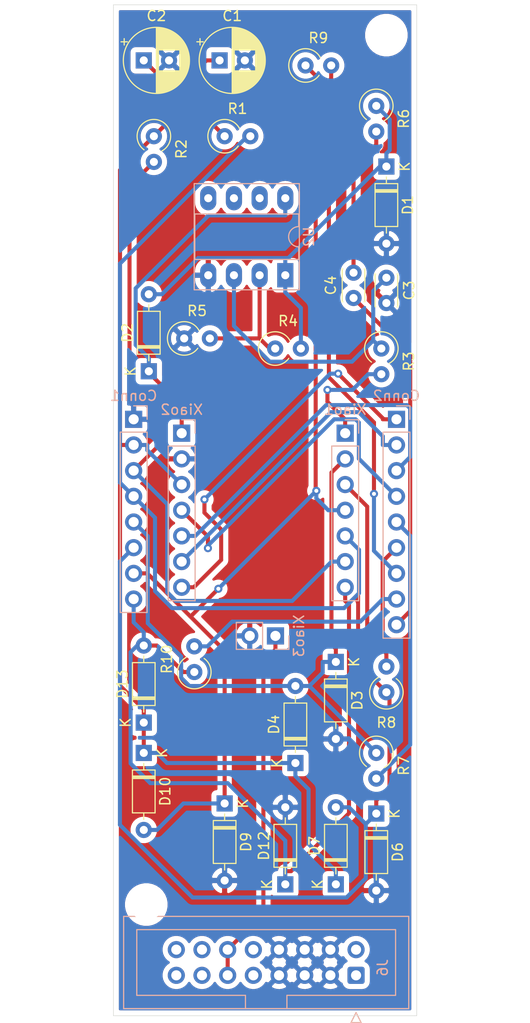
<source format=kicad_pcb>
(kicad_pcb (version 20171130) (host pcbnew "(5.1.10-1-10_14)")
  (layers (0 F.Cu signal) (31 B.Cu signal) (34 B.Paste user) (35 F.Paste user) (36 B.SilkS user) (37 F.SilkS user) (38 B.Mask user) (39 F.Mask user) (44 Edge.Cuts user))
  (net 0 "")
  (net 1 3.3V)
  (net 2 GND)
  (net 3 "Net-(Brd1-Pad3)")
  (net 4 "Net-(Brd1-Pad4)")
  (net 5 "Net-(C3-Pad1)")
  (net 6 "Net-(C4-Pad2)")
  (net 7 "Net-(C4-Pad1)")
  (net 8 "Net-(D1-Pad1)")
  (net 9 5V)
  (net 10 "Net-(D3-Pad1)")
  (net 11 "Net-(D6-Pad1)")
  (net 12 "Net-(D10-Pad2)")
  (net 13 "Net-(D12-Pad1)")
  (net 14 "Net-(J1-PadT)")
  (net 15 "Net-(J2-PadT)")
  (net 16 "Net-(J3-PadT)")
  (net 17 "Net-(J4-PadT)")
  (net 18 "Net-(J6-Pad16)")
  (net 19 "Net-(J6-Pad14)")
  (net 20 VIN)
  (net 21 "Net-(J6-Pad10)")
  (net 22 "Net-(J6-Pad2)")
  (net 23 "Net-(J6-Pad15)")
  (net 24 "Net-(J6-Pad13)")
  (net 25 "Net-(J6-Pad9)")
  (net 26 "Net-(J6-Pad1)")
  (net 27 "Net-(R3-Pad2)")
  (net 28 "Net-(R4-Pad1)")
  (net 29 "Net-(SW1-Pad2)")
  (net 30 TOUCH_SENSOR1)
  (net 31 TOUCH_SENSOR2)
  (net 32 TOUCH_SENSOR3)
  (module Connector_PinHeader_2.54mm:PinHeader_1x09_P2.54mm_Vertical (layer B.Cu) (at 129 81 180)
    (fp_text reference Conn2 (at 0 2.33) (layer B.SilkS) (effects (justify mirror)))
    (fp_text value PinHeader_1x09_P2.54mm_Vertical)
    (pad 1 thru_hole rect (at 0 0 180) (size 1.7 1.7) (drill 1) (layers *.Cu *.Mask) (net 30 TOUCH_SENSOR1))
    (pad 2 thru_hole oval (at 0 -2.54 180) (size 1.7 1.7) (drill 1) (layers *.Cu *.Mask) (net 31 TOUCH_SENSOR2))
    (pad 3 thru_hole oval (at 0 -5.08 180) (size 1.7 1.7) (drill 1) (layers *.Cu *.Mask) (net 32 TOUCH_SENSOR3))
    (pad 4 thru_hole oval (at 0 -7.62 180) (size 1.7 1.7) (drill 1) (layers *.Cu *.Mask) (net 29 "Net-(SW1-Pad2)"))
    (pad 5 thru_hole oval (at 0 -10.16 180) (size 1.7 1.7) (drill 1) (layers *.Cu *.Mask) (net 14 "Net-(J1-PadT)"))
    (pad 6 thru_hole oval (at 0 -12.7 180) (size 1.7 1.7) (drill 1) (layers *.Cu *.Mask) (net 15 "Net-(J2-PadT)"))
    (pad 7 thru_hole oval (at 0 -15.24 180) (size 1.7 1.7) (drill 1) (layers *.Cu *.Mask) (net 16 "Net-(J3-PadT)"))
    (pad 8 thru_hole oval (at 0 -17.78 180) (size 1.7 1.7) (drill 1) (layers *.Cu *.Mask) (net 17 "Net-(J4-PadT)"))
    (pad 9 thru_hole oval (at 0 -20.32 180) (size 1.7 1.7) (drill 1) (layers *.Cu *.Mask) (net 7 "Net-(C4-Pad1)"))
  )
  (module Connector_PinHeader_2.54mm:PinHeader_1x08_P2.54mm_Vertical (layer B.Cu) (at 103 81 180)
    (fp_text reference Conn1 (at 0 2.33) (layer B.SilkS) (effects (justify mirror)))
    (fp_text value PinHeader_1x08_P2.54mm_Vertical)
    (pad 8 thru_hole oval (at 0 -17.78 180) (size 1.7 1.7) (drill 1) (layers *.Cu *.Mask) (net 13 "Net-(D12-Pad1)"))
    (pad 7 thru_hole oval (at 0 -15.24 180) (size 1.7 1.7) (drill 1) (layers *.Cu *.Mask) (net 12 "Net-(D10-Pad2)"))
    (pad 6 thru_hole oval (at 0 -12.7 180) (size 1.7 1.7) (drill 1) (layers *.Cu *.Mask) (net 11 "Net-(D6-Pad1)"))
    (pad 5 thru_hole oval (at 0 -10.16 180) (size 1.7 1.7) (drill 1) (layers *.Cu *.Mask) (net 10 "Net-(D3-Pad1)"))
    (pad 4 thru_hole oval (at 0 -7.62 180) (size 1.7 1.7) (drill 1) (layers *.Cu *.Mask) (net 4 "Net-(Brd1-Pad4)"))
    (pad 3 thru_hole oval (at 0 -5.08 180) (size 1.7 1.7) (drill 1) (layers *.Cu *.Mask) (net 3 "Net-(Brd1-Pad3)"))
    (pad 2 thru_hole oval (at 0 -2.54 180) (size 1.7 1.7) (drill 1) (layers *.Cu *.Mask) (net 1 3.3V))
    (pad 1 thru_hole rect (at 0 0 180) (size 1.7 1.7) (drill 1) (layers *.Cu *.Mask) (net 2 GND))
  )
  (module MountingHole:MountingHole_3.2mm_M3 (layer F.Cu) (at 128 43)
    (fp_text reference MT2 hide)
    (fp_text value MountingHole_3.2mm_M3 hide)
    (pad 1 np_thru_hole circle (at 0 0) (size 3.2 3.2) (drill 3.2) (layers *.Cu *.Mask))
  )
  (module MountingHole:MountingHole_3.2mm_M3 (layer F.Cu) (at 104.25 129)
    (fp_text reference MT1 hide)
    (fp_text value MountingHole_3.2mm_M3 hide)
    (pad 1 np_thru_hole circle (at 0 0) (size 3.2 3.2) (drill 3.2) (layers *.Cu *.Mask))
  )
  (module Connector_PinHeader_2.54mm:PinHeader_1x02_P2.54mm_Vertical (layer B.Cu) (at 117.025 102.425 90)
    (fp_text reference Xiao3 (at 0 2.33 270) (layer B.SilkS) (effects (justify mirror)))
    (fp_text value 1x02)
    (pad 2 thru_hole oval (at 0 -2.54 90) (size 1.7 1.7) (drill 1) (layers *.Cu *.Mask) (net 2 GND))
    (pad 1 thru_hole rect (at 0 0 90) (size 1.7 1.7) (drill 1) (layers *.Cu *.Mask) (net 20 VIN))
  )
  (module Connector_PinHeader_2.54mm:PinHeader_1x07_P2.54mm_Vertical (layer B.Cu) (at 107.75 82.375 180)
    (fp_text reference Xiao2 (at 0 2.33) (layer B.SilkS) (effects (justify mirror)))
    (fp_text value 1x07)
    (pad 1 thru_hole rect (at 0 0 180) (size 1.7 1.7) (drill 1) (layers *.Cu *.Mask) (net 9 5V))
    (pad 2 thru_hole oval (at 0 -2.54 180) (size 1.7 1.7) (drill 1) (layers *.Cu *.Mask) (net 2 GND))
    (pad 3 thru_hole oval (at 0 -5.08 180) (size 1.7 1.7) (drill 1) (layers *.Cu *.Mask) (net 1 3.3V))
    (pad 4 thru_hole oval (at 0 -7.62 180) (size 1.7 1.7) (drill 1) (layers *.Cu *.Mask) (net 29 "Net-(SW1-Pad2)"))
    (pad 5 thru_hole oval (at 0 -10.16 180) (size 1.7 1.7) (drill 1) (layers *.Cu *.Mask) (net 32 TOUCH_SENSOR3))
    (pad 6 thru_hole oval (at 0 -12.7 180) (size 1.7 1.7) (drill 1) (layers *.Cu *.Mask) (net 31 TOUCH_SENSOR2))
    (pad 7 thru_hole oval (at 0 -15.24 180) (size 1.7 1.7) (drill 1) (layers *.Cu *.Mask) (net 30 TOUCH_SENSOR1))
  )
  (module Connector_PinHeader_2.54mm:PinHeader_1x07_P2.54mm_Vertical (layer B.Cu) (at 123.925 82.375 180)
    (fp_text reference Xiao1 (at 0 2.33) (layer B.SilkS) (effects (justify mirror)))
    (fp_text value 1x07)
    (pad 7 thru_hole oval (at 0 -15.24 180) (size 1.7 1.7) (drill 1) (layers *.Cu *.Mask) (net 13 "Net-(D12-Pad1)"))
    (pad 6 thru_hole oval (at 0 -12.7 180) (size 1.7 1.7) (drill 1) (layers *.Cu *.Mask) (net 3 "Net-(Brd1-Pad3)"))
    (pad 5 thru_hole oval (at 0 -10.16 180) (size 1.7 1.7) (drill 1) (layers *.Cu *.Mask) (net 4 "Net-(Brd1-Pad4)"))
    (pad 4 thru_hole oval (at 0 -7.62 180) (size 1.7 1.7) (drill 1) (layers *.Cu *.Mask) (net 12 "Net-(D10-Pad2)"))
    (pad 3 thru_hole oval (at 0 -5.08 180) (size 1.7 1.7) (drill 1) (layers *.Cu *.Mask) (net 11 "Net-(D6-Pad1)"))
    (pad 2 thru_hole oval (at 0 -2.54 180) (size 1.7 1.7) (drill 1) (layers *.Cu *.Mask) (net 10 "Net-(D3-Pad1)"))
    (pad 1 thru_hole rect (at 0 0 180) (size 1.7 1.7) (drill 1) (layers *.Cu *.Mask) (net 27 "Net-(R3-Pad2)"))
  )
  (module Package_DIP:DIP-8_W7.62mm_Socket_LongPads (layer B.Cu) (at 118 66.75 90)
    (fp_text reference U2 (at 3.81 2.33 270) (layer B.SilkS) (effects (justify mirror)))
    (fp_text value NJM2372D)
    (pad 8 thru_hole oval (at 7.62 0 90) (size 2.4 1.6) (drill 0.8) (layers *.Cu *.Mask) (net 9 5V))
    (pad 4 thru_hole oval (at 0 -7.62 90) (size 2.4 1.6) (drill 0.8) (layers *.Cu *.Mask) (net 2 GND))
    (pad 7 thru_hole oval (at 7.62 -2.54 90) (size 2.4 1.6) (drill 0.8) (layers *.Cu *.Mask))
    (pad 3 thru_hole oval (at 0 -5.08 90) (size 2.4 1.6) (drill 0.8) (layers *.Cu *.Mask) (net 5 "Net-(C3-Pad1)"))
    (pad 6 thru_hole oval (at 7.62 -5.08 90) (size 2.4 1.6) (drill 0.8) (layers *.Cu *.Mask))
    (pad 2 thru_hole oval (at 0 -2.54 90) (size 2.4 1.6) (drill 0.8) (layers *.Cu *.Mask) (net 28 "Net-(R4-Pad1)"))
    (pad 5 thru_hole oval (at 7.62 -7.62 90) (size 2.4 1.6) (drill 0.8) (layers *.Cu *.Mask))
    (pad 1 thru_hole rect (at 0 0 90) (size 2.4 1.6) (drill 0.8) (layers *.Cu *.Mask) (net 8 "Net-(D1-Pad1)"))
  )
  (module Resistor_THT:R_Axial_DIN0309_L9.0mm_D3.2mm_P2.54mm_Vertical (layer F.Cu) (at 109 106 90)
    (fp_text reference R10 (at 1.27 -2.72 90) (layer F.SilkS))
    (fp_text value 33k)
    (pad 2 thru_hole oval (at 2.54 0 90) (size 1.6 1.6) (drill 0.8) (layers *.Cu *.Mask) (net 17 "Net-(J4-PadT)"))
    (pad 1 thru_hole circle (at 0 0 90) (size 1.6 1.6) (drill 0.8) (layers *.Cu *.Mask) (net 13 "Net-(D12-Pad1)"))
  )
  (module Resistor_THT:R_Axial_DIN0309_L9.0mm_D3.2mm_P2.54mm_Vertical (layer F.Cu) (at 120 46)
    (fp_text reference R9 (at 1.27 -2.72) (layer F.SilkS))
    (fp_text value 33k)
    (pad 2 thru_hole oval (at 2.54 0) (size 1.6 1.6) (drill 0.8) (layers *.Cu *.Mask) (net 16 "Net-(J3-PadT)"))
    (pad 1 thru_hole circle (at 0 0) (size 1.6 1.6) (drill 0.8) (layers *.Cu *.Mask) (net 12 "Net-(D10-Pad2)"))
  )
  (module Resistor_THT:R_Axial_DIN0309_L9.0mm_D3.2mm_P2.54mm_Vertical (layer F.Cu) (at 128 108 90)
    (fp_text reference R8 (at -3 0 180) (layer F.SilkS))
    (fp_text value 33k)
    (pad 2 thru_hole oval (at 2.54 0 90) (size 1.6 1.6) (drill 0.8) (layers *.Cu *.Mask) (net 15 "Net-(J2-PadT)"))
    (pad 1 thru_hole circle (at 0 0 90) (size 1.6 1.6) (drill 0.8) (layers *.Cu *.Mask) (net 11 "Net-(D6-Pad1)"))
  )
  (module Resistor_THT:R_Axial_DIN0309_L9.0mm_D3.2mm_P2.54mm_Vertical (layer F.Cu) (at 127 114 270)
    (fp_text reference R7 (at 1.27 -2.72 90) (layer F.SilkS))
    (fp_text value 33k)
    (pad 2 thru_hole oval (at 2.54 0 270) (size 1.6 1.6) (drill 0.8) (layers *.Cu *.Mask) (net 14 "Net-(J1-PadT)"))
    (pad 1 thru_hole circle (at 0 0 270) (size 1.6 1.6) (drill 0.8) (layers *.Cu *.Mask) (net 10 "Net-(D3-Pad1)"))
  )
  (module Resistor_THT:R_Axial_DIN0309_L9.0mm_D3.2mm_P2.54mm_Vertical (layer F.Cu) (at 127 50 270)
    (fp_text reference R6 (at 1.27 -2.72 90) (layer F.SilkS))
    (fp_text value 330R)
    (pad 2 thru_hole oval (at 2.54 0 270) (size 1.6 1.6) (drill 0.8) (layers *.Cu *.Mask) (net 6 "Net-(C4-Pad2)"))
    (pad 1 thru_hole circle (at 0 0 270) (size 1.6 1.6) (drill 0.8) (layers *.Cu *.Mask) (net 8 "Net-(D1-Pad1)"))
  )
  (module Resistor_THT:R_Axial_DIN0309_L9.0mm_D3.2mm_P2.54mm_Vertical (layer F.Cu) (at 108 73)
    (fp_text reference R5 (at 1.27 -2.72) (layer F.SilkS))
    (fp_text value 20k)
    (pad 2 thru_hole oval (at 2.54 0) (size 1.6 1.6) (drill 0.8) (layers *.Cu *.Mask) (net 28 "Net-(R4-Pad1)"))
    (pad 1 thru_hole circle (at 0 0) (size 1.6 1.6) (drill 0.8) (layers *.Cu *.Mask) (net 2 GND))
  )
  (module Resistor_THT:R_Axial_DIN0309_L9.0mm_D3.2mm_P2.54mm_Vertical (layer F.Cu) (at 117 74)
    (fp_text reference R4 (at 1.27 -2.72) (layer F.SilkS))
    (fp_text value 10k)
    (pad 2 thru_hole oval (at 2.54 0) (size 1.6 1.6) (drill 0.8) (layers *.Cu *.Mask) (net 8 "Net-(D1-Pad1)"))
    (pad 1 thru_hole circle (at 0 0) (size 1.6 1.6) (drill 0.8) (layers *.Cu *.Mask) (net 28 "Net-(R4-Pad1)"))
  )
  (module Resistor_THT:R_Axial_DIN0309_L9.0mm_D3.2mm_P2.54mm_Vertical (layer F.Cu) (at 127.5 74 270)
    (fp_text reference R3 (at 1.27 -2.72 90) (layer F.SilkS))
    (fp_text value 1k)
    (pad 2 thru_hole oval (at 2.54 0 270) (size 1.6 1.6) (drill 0.8) (layers *.Cu *.Mask) (net 27 "Net-(R3-Pad2)"))
    (pad 1 thru_hole circle (at 0 0 270) (size 1.6 1.6) (drill 0.8) (layers *.Cu *.Mask) (net 5 "Net-(C3-Pad1)"))
  )
  (module Resistor_THT:R_Axial_DIN0309_L9.0mm_D3.2mm_P2.54mm_Vertical (layer F.Cu) (at 105 53 270)
    (fp_text reference R2 (at 1.27 -2.72 90) (layer F.SilkS))
    (fp_text value 3.3k)
    (pad 2 thru_hole oval (at 2.54 0 270) (size 1.6 1.6) (drill 0.8) (layers *.Cu *.Mask) (net 3 "Net-(Brd1-Pad3)"))
    (pad 1 thru_hole circle (at 0 0 270) (size 1.6 1.6) (drill 0.8) (layers *.Cu *.Mask) (net 1 3.3V))
  )
  (module Resistor_THT:R_Axial_DIN0309_L9.0mm_D3.2mm_P2.54mm_Vertical (layer F.Cu) (at 112 53)
    (fp_text reference R1 (at 1.27 -2.72) (layer F.SilkS))
    (fp_text value 3.3k)
    (pad 2 thru_hole oval (at 2.54 0) (size 1.6 1.6) (drill 0.8) (layers *.Cu *.Mask) (net 4 "Net-(Brd1-Pad4)"))
    (pad 1 thru_hole circle (at 0 0) (size 1.6 1.6) (drill 0.8) (layers *.Cu *.Mask) (net 1 3.3V))
  )
  (module Connector_IDC:IDC-Header_2x08_P2.54mm_Vertical (layer B.Cu) (at 125 136 90)
    (fp_text reference J6 (at 0.75 2.63 270) (layer B.SilkS) (effects (justify mirror)))
    (fp_text value POWER)
    (pad 16 thru_hole circle (at 2.54 -17.78 90) (size 1.7 1.7) (drill 1) (layers *.Cu *.Mask) (net 18 "Net-(J6-Pad16)"))
    (pad 14 thru_hole circle (at 2.54 -15.24 90) (size 1.7 1.7) (drill 1) (layers *.Cu *.Mask) (net 19 "Net-(J6-Pad14)"))
    (pad 12 thru_hole circle (at 2.54 -12.7 90) (size 1.7 1.7) (drill 1) (layers *.Cu *.Mask) (net 20 VIN))
    (pad 10 thru_hole circle (at 2.54 -10.16 90) (size 1.7 1.7) (drill 1) (layers *.Cu *.Mask) (net 21 "Net-(J6-Pad10)"))
    (pad 8 thru_hole circle (at 2.54 -7.62 90) (size 1.7 1.7) (drill 1) (layers *.Cu *.Mask) (net 2 GND))
    (pad 6 thru_hole circle (at 2.54 -5.08 90) (size 1.7 1.7) (drill 1) (layers *.Cu *.Mask) (net 2 GND))
    (pad 4 thru_hole circle (at 2.54 -2.54 90) (size 1.7 1.7) (drill 1) (layers *.Cu *.Mask) (net 2 GND))
    (pad 2 thru_hole circle (at 2.54 0 90) (size 1.7 1.7) (drill 1) (layers *.Cu *.Mask) (net 22 "Net-(J6-Pad2)"))
    (pad 15 thru_hole circle (at 0 -17.78 90) (size 1.7 1.7) (drill 1) (layers *.Cu *.Mask) (net 23 "Net-(J6-Pad15)"))
    (pad 13 thru_hole circle (at 0 -15.24 90) (size 1.7 1.7) (drill 1) (layers *.Cu *.Mask) (net 24 "Net-(J6-Pad13)"))
    (pad 11 thru_hole circle (at 0 -12.7 90) (size 1.7 1.7) (drill 1) (layers *.Cu *.Mask) (net 20 VIN))
    (pad 9 thru_hole circle (at 0 -10.16 90) (size 1.7 1.7) (drill 1) (layers *.Cu *.Mask) (net 25 "Net-(J6-Pad9)"))
    (pad 7 thru_hole circle (at 0 -7.62 90) (size 1.7 1.7) (drill 1) (layers *.Cu *.Mask) (net 2 GND))
    (pad 5 thru_hole circle (at 0 -5.08 90) (size 1.7 1.7) (drill 1) (layers *.Cu *.Mask) (net 2 GND))
    (pad 3 thru_hole circle (at 0 -2.54 90) (size 1.7 1.7) (drill 1) (layers *.Cu *.Mask) (net 2 GND))
    (pad 1 thru_hole roundrect (at 0 0 90) (size 1.7 1.7) (drill 1) (layers *.Cu *.Mask) (roundrect_rratio 0.147059) (net 26 "Net-(J6-Pad1)"))
  )
  (module Diode_THT:D_DO-35_SOD27_P7.62mm_Horizontal (layer F.Cu) (at 104 111 90)
    (fp_text reference D13 (at 3.81 -2.12 90) (layer F.SilkS))
    (fp_text value BAT43)
    (fp_text user K (at 0 -1.8 90) (layer F.SilkS))
    (pad 2 thru_hole oval (at 7.62 0 90) (size 1.6 1.6) (drill 0.8) (layers *.Cu *.Mask) (net 13 "Net-(D12-Pad1)"))
    (pad 1 thru_hole rect (at 0 0 90) (size 1.6 1.6) (drill 0.8) (layers *.Cu *.Mask) (net 1 3.3V))
  )
  (module Diode_THT:D_DO-35_SOD27_P7.62mm_Horizontal (layer F.Cu) (at 118 127 90)
    (fp_text reference D12 (at 3.81 -2.12 90) (layer F.SilkS))
    (fp_text value BAT43)
    (fp_text user K (at 0 -1.8 90) (layer F.SilkS))
    (pad 2 thru_hole oval (at 7.62 0 90) (size 1.6 1.6) (drill 0.8) (layers *.Cu *.Mask) (net 2 GND))
    (pad 1 thru_hole rect (at 0 0 90) (size 1.6 1.6) (drill 0.8) (layers *.Cu *.Mask) (net 13 "Net-(D12-Pad1)"))
  )
  (module Diode_THT:D_DO-35_SOD27_P7.62mm_Horizontal (layer F.Cu) (at 104 114 270)
    (fp_text reference D10 (at 3.81 -2.12 90) (layer F.SilkS))
    (fp_text value BAT43)
    (fp_text user K (at 0 -1.8 90) (layer F.SilkS))
    (pad 2 thru_hole oval (at 7.62 0 270) (size 1.6 1.6) (drill 0.8) (layers *.Cu *.Mask) (net 12 "Net-(D10-Pad2)"))
    (pad 1 thru_hole rect (at 0 0 270) (size 1.6 1.6) (drill 0.8) (layers *.Cu *.Mask) (net 1 3.3V))
  )
  (module Diode_THT:D_DO-35_SOD27_P7.62mm_Horizontal (layer F.Cu) (at 112 119 270)
    (fp_text reference D9 (at 3.81 -2.12 90) (layer F.SilkS))
    (fp_text value BAT43)
    (fp_text user K (at 0 -1.8 90) (layer F.SilkS))
    (pad 2 thru_hole oval (at 7.62 0 270) (size 1.6 1.6) (drill 0.8) (layers *.Cu *.Mask) (net 2 GND))
    (pad 1 thru_hole rect (at 0 0 270) (size 1.6 1.6) (drill 0.8) (layers *.Cu *.Mask) (net 12 "Net-(D10-Pad2)"))
  )
  (module Diode_THT:D_DO-35_SOD27_P7.62mm_Horizontal (layer F.Cu) (at 123 127 90)
    (fp_text reference D7 (at 3.81 -2.12 90) (layer F.SilkS))
    (fp_text value BAT43)
    (fp_text user K (at 0 -1.8 90) (layer F.SilkS))
    (pad 2 thru_hole oval (at 7.62 0 90) (size 1.6 1.6) (drill 0.8) (layers *.Cu *.Mask) (net 11 "Net-(D6-Pad1)"))
    (pad 1 thru_hole rect (at 0 0 90) (size 1.6 1.6) (drill 0.8) (layers *.Cu *.Mask) (net 1 3.3V))
  )
  (module Diode_THT:D_DO-35_SOD27_P7.62mm_Horizontal (layer F.Cu) (at 127 120 270)
    (fp_text reference D6 (at 3.81 -2.12 90) (layer F.SilkS))
    (fp_text value BAT43)
    (fp_text user K (at 0 -1.8 90) (layer F.SilkS))
    (pad 2 thru_hole oval (at 7.62 0 270) (size 1.6 1.6) (drill 0.8) (layers *.Cu *.Mask) (net 2 GND))
    (pad 1 thru_hole rect (at 0 0 270) (size 1.6 1.6) (drill 0.8) (layers *.Cu *.Mask) (net 11 "Net-(D6-Pad1)"))
  )
  (module Diode_THT:D_DO-35_SOD27_P7.62mm_Horizontal (layer F.Cu) (at 119 115 90)
    (fp_text reference D4 (at 3.81 -2.12 90) (layer F.SilkS))
    (fp_text value BAT43)
    (fp_text user K (at 0 -1.8 90) (layer F.SilkS))
    (pad 2 thru_hole oval (at 7.62 0 90) (size 1.6 1.6) (drill 0.8) (layers *.Cu *.Mask) (net 10 "Net-(D3-Pad1)"))
    (pad 1 thru_hole rect (at 0 0 90) (size 1.6 1.6) (drill 0.8) (layers *.Cu *.Mask) (net 1 3.3V))
  )
  (module Diode_THT:D_DO-35_SOD27_P7.62mm_Horizontal (layer F.Cu) (at 123 105 270)
    (fp_text reference D3 (at 3.81 -2.12 90) (layer F.SilkS))
    (fp_text value BAT43)
    (fp_text user K (at 0 -1.8 90) (layer F.SilkS))
    (pad 2 thru_hole oval (at 7.62 0 270) (size 1.6 1.6) (drill 0.8) (layers *.Cu *.Mask) (net 2 GND))
    (pad 1 thru_hole rect (at 0 0 270) (size 1.6 1.6) (drill 0.8) (layers *.Cu *.Mask) (net 10 "Net-(D3-Pad1)"))
  )
  (module Diode_THT:D_DO-35_SOD27_P7.62mm_Horizontal (layer F.Cu) (at 104.5 76.25 90)
    (fp_text reference D2 (at 3.81 -2.12 90) (layer F.SilkS))
    (fp_text value BAT43)
    (fp_text user K (at 0 -1.8 90) (layer F.SilkS))
    (pad 2 thru_hole oval (at 7.62 0 90) (size 1.6 1.6) (drill 0.8) (layers *.Cu *.Mask) (net 8 "Net-(D1-Pad1)"))
    (pad 1 thru_hole rect (at 0 0 90) (size 1.6 1.6) (drill 0.8) (layers *.Cu *.Mask) (net 9 5V))
  )
  (module Diode_THT:D_DO-35_SOD27_P7.62mm_Horizontal (layer F.Cu) (at 128 56 270)
    (fp_text reference D1 (at 3.81 -2.12 90) (layer F.SilkS))
    (fp_text value BAT43)
    (fp_text user K (at 0 -1.8 90) (layer F.SilkS))
    (pad 2 thru_hole oval (at 7.62 0 270) (size 1.6 1.6) (drill 0.8) (layers *.Cu *.Mask) (net 2 GND))
    (pad 1 thru_hole rect (at 0 0 270) (size 1.6 1.6) (drill 0.8) (layers *.Cu *.Mask) (net 8 "Net-(D1-Pad1)"))
  )
  (module Capacitor_THT:C_Disc_D3.0mm_W2.0mm_P2.50mm (layer F.Cu) (at 124.75 69 90)
    (fp_text reference C4 (at 1.25 -2.25 90) (layer F.SilkS))
    (fp_text value 2.2nF)
    (pad 2 thru_hole circle (at 2.5 0 90) (size 1.6 1.6) (drill 0.8) (layers *.Cu *.Mask) (net 6 "Net-(C4-Pad2)"))
    (pad 1 thru_hole circle (at 0 0 90) (size 1.6 1.6) (drill 0.8) (layers *.Cu *.Mask) (net 7 "Net-(C4-Pad1)"))
  )
  (module Capacitor_THT:C_Disc_D3.0mm_W2.0mm_P2.50mm (layer F.Cu) (at 128 67 270)
    (fp_text reference C3 (at 1.25 -2.25 90) (layer F.SilkS))
    (fp_text value 22nF)
    (pad 2 thru_hole circle (at 2.5 0 270) (size 1.6 1.6) (drill 0.8) (layers *.Cu *.Mask) (net 2 GND))
    (pad 1 thru_hole circle (at 0 0 270) (size 1.6 1.6) (drill 0.8) (layers *.Cu *.Mask) (net 5 "Net-(C3-Pad1)"))
  )
  (module Capacitor_THT:CP_Radial_D6.3mm_P2.50mm (layer F.Cu) (at 104 45.5)
    (fp_text reference C2 (at 1.25 -4.4) (layer F.SilkS))
    (fp_text value 220uF)
    (pad 2 thru_hole circle (at 2.5 0) (size 1.6 1.6) (drill 0.8) (layers *.Cu *.Mask) (net 2 GND))
    (pad 1 thru_hole rect (at 0 0) (size 1.6 1.6) (drill 0.8) (layers *.Cu *.Mask) (net 1 3.3V))
  )
  (module Capacitor_THT:CP_Radial_D6.3mm_P2.50mm (layer F.Cu) (at 111.5 45.5)
    (fp_text reference C1 (at 1.25 -4.4) (layer F.SilkS))
    (fp_text value 220uF)
    (pad 2 thru_hole circle (at 2.5 0) (size 1.6 1.6) (drill 0.8) (layers *.Cu *.Mask) (net 2 GND))
    (pad 1 thru_hole rect (at 0 0) (size 1.6 1.6) (drill 0.8) (layers *.Cu *.Mask) (net 1 3.3V))
  )
  (gr_line (start 131 40) (end 101 40) (layer Edge.Cuts) (width 0.05))
  (gr_line (start 131 140) (end 131 40) (layer Edge.Cuts) (width 0.05))
  (gr_line (start 101 140) (end 131 140) (layer Edge.Cuts) (width 0.05))
  (gr_line (start 101 40) (end 101 140) (layer Edge.Cuts) (width 0.05))
  (segment (start 106.3003 115) (end 105.3003 114) (width 0.4) (layer B.Cu) (net 1))
  (segment (start 119 115) (end 106.3003 115) (width 0.4) (layer B.Cu) (net 1))
  (segment (start 104 114) (end 105.3003 114) (width 0.4) (layer B.Cu) (net 1))
  (segment (start 120.3003 117.6006) (end 119 116.3003) (width 0.4) (layer B.Cu) (net 1))
  (segment (start 120.3003 123) (end 120.3003 117.6006) (width 0.4) (layer B.Cu) (net 1))
  (segment (start 123 125.6997) (end 120.3003 123) (width 0.4) (layer B.Cu) (net 1))
  (segment (start 123 127) (end 123 125.6997) (width 0.4) (layer B.Cu) (net 1))
  (segment (start 119 115) (end 119 116.3003) (width 0.4) (layer B.Cu) (net 1))
  (segment (start 111.5 45.5) (end 110.1997 45.5) (width 0.4) (layer F.Cu) (net 1))
  (segment (start 104.3503 84.0553) (end 107.75 87.455) (width 0.4) (layer B.Cu) (net 1))
  (segment (start 104.3503 83.54) (end 104.3503 84.0553) (width 0.4) (layer B.Cu) (net 1))
  (segment (start 103 83.54) (end 104.3503 83.54) (width 0.4) (layer B.Cu) (net 1))
  (segment (start 110.1997 45.5) (end 108.2997 47.4) (width 0.4) (layer F.Cu) (net 1))
  (segment (start 105.9 47.4) (end 104 45.5) (width 0.4) (layer F.Cu) (net 1))
  (segment (start 108.2997 47.4) (end 105.9 47.4) (width 0.4) (layer F.Cu) (net 1))
  (segment (start 108.2997 49.6975) (end 108.3011 49.6989) (width 0.4) (layer F.Cu) (net 1))
  (segment (start 108.2997 47.4) (end 108.2997 49.6975) (width 0.4) (layer F.Cu) (net 1))
  (segment (start 108.6989 49.6989) (end 108.3011 49.6989) (width 0.4) (layer F.Cu) (net 1))
  (segment (start 112 53) (end 108.6989 49.6989) (width 0.4) (layer F.Cu) (net 1))
  (segment (start 108.3011 49.6989) (end 105 53) (width 0.4) (layer F.Cu) (net 1))
  (segment (start 104 114) (end 104 111) (width 0.4) (layer F.Cu) (net 1))
  (segment (start 103 83.54) (end 101.6497 83.54) (width 0.4) (layer F.Cu) (net 1))
  (segment (start 101.6497 107.3494) (end 101.6497 83.54) (width 0.4) (layer F.Cu) (net 1))
  (segment (start 104 109.6997) (end 101.6497 107.3494) (width 0.4) (layer F.Cu) (net 1))
  (segment (start 101.6497 56.3503) (end 105 53) (width 0.4) (layer F.Cu) (net 1))
  (segment (start 101.6497 83.54) (end 101.6497 56.3503) (width 0.4) (layer F.Cu) (net 1))
  (segment (start 104 111) (end 104 109.6997) (width 0.4) (layer F.Cu) (net 1))
  (segment (start 118.6837 98.966) (end 122.5747 95.075) (width 0.4) (layer B.Cu) (net 3))
  (segment (start 107.18 98.966) (end 118.6837 98.966) (width 0.4) (layer B.Cu) (net 3))
  (segment (start 106.3209 98.1069) (end 107.18 98.966) (width 0.4) (layer B.Cu) (net 3))
  (segment (start 106.3209 89.4009) (end 106.3209 98.1069) (width 0.4) (layer B.Cu) (net 3))
  (segment (start 103 86.08) (end 106.3209 89.4009) (width 0.4) (layer B.Cu) (net 3))
  (segment (start 123.925 95.075) (end 122.5747 95.075) (width 0.4) (layer B.Cu) (net 3))
  (segment (start 102.5906 77.6478) (end 102.5906 57.9494) (width 0.4) (layer F.Cu) (net 3))
  (segment (start 105.8004 80.8576) (end 102.5906 77.6478) (width 0.4) (layer F.Cu) (net 3))
  (segment (start 105.8004 83.2796) (end 105.8004 80.8576) (width 0.4) (layer F.Cu) (net 3))
  (segment (start 102.5906 57.9494) (end 105 55.54) (width 0.4) (layer F.Cu) (net 3))
  (segment (start 103 86.08) (end 105.8004 83.2796) (width 0.4) (layer F.Cu) (net 3))
  (segment (start 101.6416 87.2616) (end 103 88.62) (width 0.4) (layer B.Cu) (net 4))
  (segment (start 101.6416 65.6053) (end 101.6416 87.2616) (width 0.4) (layer B.Cu) (net 4))
  (segment (start 114.2469 53) (end 101.6416 65.6053) (width 0.4) (layer B.Cu) (net 4))
  (segment (start 114.54 53) (end 114.2469 53) (width 0.4) (layer B.Cu) (net 4))
  (segment (start 125.294 93.904) (end 123.925 92.535) (width 0.4) (layer B.Cu) (net 4))
  (segment (start 125.294 98.1982) (end 125.294 93.904) (width 0.4) (layer B.Cu) (net 4))
  (segment (start 123.813 99.6792) (end 125.294 98.1982) (width 0.4) (layer B.Cu) (net 4))
  (segment (start 106.8009 99.6792) (end 123.813 99.6792) (width 0.4) (layer B.Cu) (net 4))
  (segment (start 105.1131 97.9914) (end 106.8009 99.6792) (width 0.4) (layer B.Cu) (net 4))
  (segment (start 105.1131 90.7331) (end 105.1131 97.9914) (width 0.4) (layer B.Cu) (net 4))
  (segment (start 103 88.62) (end 105.1131 90.7331) (width 0.4) (layer B.Cu) (net 4))
  (segment (start 112.92 71.7636) (end 112.92 66.75) (width 0.4) (layer B.Cu) (net 5))
  (segment (start 116.4576 75.3012) (end 112.92 71.7636) (width 0.4) (layer B.Cu) (net 5))
  (segment (start 124.5978 75.3012) (end 116.4576 75.3012) (width 0.4) (layer B.Cu) (net 5))
  (segment (start 126.6995 73.1995) (end 124.5978 75.3012) (width 0.4) (layer B.Cu) (net 5))
  (segment (start 127.5 74) (end 126.6995 73.1995) (width 0.4) (layer B.Cu) (net 5))
  (segment (start 126.6995 68.3005) (end 128 67) (width 0.4) (layer B.Cu) (net 5))
  (segment (start 126.6995 73.1995) (end 126.6995 68.3005) (width 0.4) (layer B.Cu) (net 5))
  (segment (start 124.75 56.0903) (end 124.75 66.5) (width 0.4) (layer F.Cu) (net 6))
  (segment (start 127 53.8403) (end 124.75 56.0903) (width 0.4) (layer F.Cu) (net 6))
  (segment (start 127 52.54) (end 127 53.8403) (width 0.4) (layer F.Cu) (net 6))
  (segment (start 130.3584 99.9616) (end 129 101.32) (width 0.4) (layer F.Cu) (net 7))
  (segment (start 130.3584 74.6084) (end 130.3584 99.9616) (width 0.4) (layer F.Cu) (net 7))
  (segment (start 124.75 69) (end 130.3584 74.6084) (width 0.4) (layer F.Cu) (net 7))
  (segment (start 128.3274 51.3274) (end 127 50) (width 0.4) (layer B.Cu) (net 8))
  (segment (start 128.3274 54.3723) (end 128.3274 51.3274) (width 0.4) (layer B.Cu) (net 8))
  (segment (start 128 54.6997) (end 128.3274 54.3723) (width 0.4) (layer B.Cu) (net 8))
  (segment (start 128 56) (end 128 55.3498) (width 0.4) (layer B.Cu) (net 8))
  (segment (start 128 55.3498) (end 128 54.6997) (width 0.4) (layer B.Cu) (net 8))
  (segment (start 118.3001 65.0497) (end 118 65.0497) (width 0.4) (layer B.Cu) (net 8))
  (segment (start 128 55.3498) (end 118.3001 65.0497) (width 0.4) (layer B.Cu) (net 8))
  (segment (start 118 66.75) (end 118 65.0497) (width 0.4) (layer B.Cu) (net 8))
  (segment (start 109.3806 65.0497) (end 118 65.0497) (width 0.4) (layer B.Cu) (net 8))
  (segment (start 105.8003 68.63) (end 109.3806 65.0497) (width 0.4) (layer B.Cu) (net 8))
  (segment (start 104.5 68.63) (end 105.8003 68.63) (width 0.4) (layer B.Cu) (net 8))
  (segment (start 119.54 69.9903) (end 118 68.4503) (width 0.4) (layer B.Cu) (net 8))
  (segment (start 119.54 74) (end 119.54 69.9903) (width 0.4) (layer B.Cu) (net 8))
  (segment (start 118 66.75) (end 118 68.4503) (width 0.4) (layer B.Cu) (net 8))
  (segment (start 103.1997 73.6494) (end 104.5 74.9497) (width 0.4) (layer B.Cu) (net 9))
  (segment (start 103.1997 68.0446) (end 103.1997 73.6494) (width 0.4) (layer B.Cu) (net 9))
  (segment (start 110.414 60.8303) (end 103.1997 68.0446) (width 0.4) (layer B.Cu) (net 9))
  (segment (start 118 60.8303) (end 110.414 60.8303) (width 0.4) (layer B.Cu) (net 9))
  (segment (start 118 59.13) (end 118 60.8303) (width 0.4) (layer B.Cu) (net 9))
  (segment (start 104.5 76.25) (end 104.5 74.9497) (width 0.4) (layer B.Cu) (net 9))
  (segment (start 104.5 76.25) (end 104.5 76.3822) (width 0.4) (layer F.Cu) (net 9))
  (segment (start 107.75 79.6322) (end 107.75 82.375) (width 0.4) (layer F.Cu) (net 9))
  (segment (start 104.5 76.3822) (end 107.75 79.6322) (width 0.4) (layer F.Cu) (net 9))
  (segment (start 108.516 107.38) (end 119 107.38) (width 0.4) (layer B.Cu) (net 10))
  (segment (start 107.6996 106.5636) (end 108.516 107.38) (width 0.4) (layer B.Cu) (net 10))
  (segment (start 107.6996 104.4724) (end 107.6996 106.5636) (width 0.4) (layer B.Cu) (net 10))
  (segment (start 104.4007 101.1735) (end 107.6996 104.4724) (width 0.4) (layer B.Cu) (net 10))
  (segment (start 104.4007 92.5607) (end 104.4007 101.1735) (width 0.4) (layer B.Cu) (net 10))
  (segment (start 103 91.16) (end 104.4007 92.5607) (width 0.4) (layer B.Cu) (net 10))
  (segment (start 122.5666 86.2734) (end 123.925 84.915) (width 0.4) (layer F.Cu) (net 10))
  (segment (start 122.5666 103.2663) (end 122.5666 86.2734) (width 0.4) (layer F.Cu) (net 10))
  (segment (start 123 103.6997) (end 122.5666 103.2663) (width 0.4) (layer F.Cu) (net 10))
  (segment (start 123 105) (end 123 103.6997) (width 0.4) (layer F.Cu) (net 10))
  (segment (start 123 105) (end 121.6997 105) (width 0.4) (layer B.Cu) (net 10))
  (segment (start 119 107.38) (end 119.702 107.38) (width 0.4) (layer B.Cu) (net 10))
  (segment (start 121.6997 106.0603) (end 120.38 107.38) (width 0.4) (layer B.Cu) (net 10))
  (segment (start 121.6997 105) (end 121.6997 106.0603) (width 0.4) (layer B.Cu) (net 10))
  (segment (start 119.702 107.38) (end 120.38 107.38) (width 0.4) (layer B.Cu) (net 10))
  (segment (start 120.38 107.38) (end 127 114) (width 0.4) (layer B.Cu) (net 10))
  (segment (start 123 119.38) (end 124.3003 119.38) (width 0.4) (layer B.Cu) (net 11))
  (segment (start 125.9602 121.0399) (end 125.9602 121.0398) (width 0.4) (layer B.Cu) (net 11))
  (segment (start 125.9602 126.3992) (end 125.9602 121.0399) (width 0.4) (layer B.Cu) (net 11))
  (segment (start 124.059 128.3004) (end 125.9602 126.3992) (width 0.4) (layer B.Cu) (net 11))
  (segment (start 108.8262 128.3004) (end 124.059 128.3004) (width 0.4) (layer B.Cu) (net 11))
  (segment (start 101.6416 121.1158) (end 108.8262 128.3004) (width 0.4) (layer B.Cu) (net 11))
  (segment (start 101.6416 95.0584) (end 101.6416 121.1158) (width 0.4) (layer B.Cu) (net 11))
  (segment (start 103 93.7) (end 101.6416 95.0584) (width 0.4) (layer B.Cu) (net 11))
  (segment (start 125.9602 121.0398) (end 124.3003 119.38) (width 0.4) (layer B.Cu) (net 11))
  (segment (start 125.9602 121.0398) (end 127 120) (width 0.4) (layer B.Cu) (net 11))
  (segment (start 126.1053 89.6353) (end 123.925 87.455) (width 0.4) (layer F.Cu) (net 11))
  (segment (start 126.1053 106.1053) (end 126.1053 89.6353) (width 0.4) (layer F.Cu) (net 11))
  (segment (start 128 108) (end 126.1053 106.1053) (width 0.4) (layer F.Cu) (net 11))
  (segment (start 128.308 108.308) (end 128 108) (width 0.4) (layer F.Cu) (net 11))
  (segment (start 128.308 117.3917) (end 128.308 108.308) (width 0.4) (layer F.Cu) (net 11))
  (segment (start 127 118.6997) (end 128.308 117.3917) (width 0.4) (layer F.Cu) (net 11))
  (segment (start 127 120) (end 127 118.6997) (width 0.4) (layer F.Cu) (net 11))
  (via (at 121.0708 88.0723) (size 0.8) (layers F.Cu B.Cu) (net 12))
  (segment (start 107.9203 119) (end 105.3003 121.62) (width 0.4) (layer B.Cu) (net 12))
  (segment (start 112 119) (end 107.9203 119) (width 0.4) (layer B.Cu) (net 12))
  (segment (start 104 121.62) (end 105.3003 121.62) (width 0.4) (layer B.Cu) (net 12))
  (segment (start 103 96.24) (end 104.3503 96.24) (width 0.4) (layer F.Cu) (net 12))
  (segment (start 121.0035 47.0035) (end 120 46) (width 0.4) (layer F.Cu) (net 12))
  (segment (start 121.0035 88.0723) (end 121.0035 47.0035) (width 0.4) (layer F.Cu) (net 12))
  (segment (start 121.0035 88.0723) (end 121.0708 88.0723) (width 0.4) (layer F.Cu) (net 12))
  (segment (start 112 103.8897) (end 108.5931 100.4827) (width 0.4) (layer F.Cu) (net 12))
  (segment (start 112 119) (end 112 103.8897) (width 0.4) (layer F.Cu) (net 12))
  (segment (start 108.5931 100.4827) (end 104.3503 96.24) (width 0.4) (layer F.Cu) (net 12))
  (segment (start 121.0708 88.0723) (end 111.3785 97.7646) (width 0.4) (layer B.Cu) (net 12))
  (segment (start 121.0708 88.0723) (end 121.0708 88.8128) (width 0.4) (layer B.Cu) (net 12))
  (segment (start 122.253 89.995) (end 123.925 89.995) (width 0.4) (layer B.Cu) (net 12))
  (segment (start 121.0708 88.8128) (end 122.253 89.995) (width 0.4) (layer B.Cu) (net 12))
  (segment (start 111.3785 97.7646) (end 111.3785 97.7646) (width 0.4) (layer B.Cu) (net 12))
  (via (at 111.3785 97.7646) (size 0.8) (drill 0.4) (layers F.Cu B.Cu) (net 12))
  (segment (start 108.6604 100.4827) (end 111.3785 97.7646) (width 0.4) (layer F.Cu) (net 12))
  (segment (start 108.5931 100.4827) (end 108.6604 100.4827) (width 0.4) (layer F.Cu) (net 12))
  (segment (start 103 101.0797) (end 103 98.78) (width 0.4) (layer B.Cu) (net 13))
  (segment (start 104 102.0797) (end 103 101.0797) (width 0.4) (layer B.Cu) (net 13))
  (segment (start 107.9203 106) (end 105.3003 103.38) (width 0.4) (layer F.Cu) (net 13))
  (segment (start 109 106) (end 107.9203 106) (width 0.4) (layer F.Cu) (net 13))
  (segment (start 104 103.38) (end 105.3003 103.38) (width 0.4) (layer F.Cu) (net 13))
  (segment (start 124.3004 99.3407) (end 123.925 98.9653) (width 0.4) (layer F.Cu) (net 13))
  (segment (start 124.3004 119.9682) (end 124.3004 99.3407) (width 0.4) (layer F.Cu) (net 13))
  (segment (start 118.5689 125.6997) (end 124.3004 119.9682) (width 0.4) (layer F.Cu) (net 13))
  (segment (start 118 125.6997) (end 118.5689 125.6997) (width 0.4) (layer F.Cu) (net 13))
  (segment (start 118 127) (end 118 125.6997) (width 0.4) (layer F.Cu) (net 13))
  (segment (start 123.925 97.615) (end 123.925 98.9653) (width 0.4) (layer F.Cu) (net 13))
  (segment (start 104 103.38) (end 104 102.7298) (width 0.4) (layer B.Cu) (net 13))
  (segment (start 104 102.7298) (end 104 102.0797) (width 0.4) (layer B.Cu) (net 13))
  (segment (start 118 122.6858) (end 118 127) (width 0.4) (layer B.Cu) (net 13))
  (segment (start 112.3048 116.9906) (end 118 122.6858) (width 0.4) (layer B.Cu) (net 13))
  (segment (start 104.6444 116.9906) (end 112.3048 116.9906) (width 0.4) (layer B.Cu) (net 13))
  (segment (start 102.6996 115.0458) (end 104.6444 116.9906) (width 0.4) (layer B.Cu) (net 13))
  (segment (start 102.6996 104.0302) (end 102.6996 115.0458) (width 0.4) (layer B.Cu) (net 13))
  (segment (start 104 102.7298) (end 102.6996 104.0302) (width 0.4) (layer B.Cu) (net 13))
  (segment (start 130.3584 92.5184) (end 129 91.16) (width 0.4) (layer B.Cu) (net 14))
  (segment (start 130.3584 113.1816) (end 130.3584 92.5184) (width 0.4) (layer B.Cu) (net 14))
  (segment (start 127 116.54) (end 130.3584 113.1816) (width 0.4) (layer B.Cu) (net 14))
  (segment (start 127.6295 103.7892) (end 128 104.1597) (width 0.4) (layer F.Cu) (net 15))
  (segment (start 127.6295 95.0705) (end 127.6295 103.7892) (width 0.4) (layer F.Cu) (net 15))
  (segment (start 129 93.7) (end 127.6295 95.0705) (width 0.4) (layer F.Cu) (net 15))
  (segment (start 128 105.46) (end 128 104.1597) (width 0.4) (layer F.Cu) (net 15))
  (via (at 126.7712 88.3755) (size 0.8) (layers F.Cu B.Cu) (net 16))
  (segment (start 126.7712 81.3078) (end 126.7712 88.3755) (width 0.4) (layer F.Cu) (net 16))
  (segment (start 122.3106 76.8472) (end 126.7712 81.3078) (width 0.4) (layer F.Cu) (net 16))
  (segment (start 122.3106 47.5297) (end 122.3106 76.8472) (width 0.4) (layer F.Cu) (net 16))
  (segment (start 122.54 47.3003) (end 122.3106 47.5297) (width 0.4) (layer F.Cu) (net 16))
  (segment (start 126.7712 94.0112) (end 129 96.24) (width 0.4) (layer B.Cu) (net 16))
  (segment (start 126.7712 88.3755) (end 126.7712 94.0112) (width 0.4) (layer B.Cu) (net 16))
  (segment (start 122.54 46) (end 122.54 47.3003) (width 0.4) (layer F.Cu) (net 16))
  (segment (start 125.4135 101.0162) (end 127.6497 98.78) (width 0.4) (layer B.Cu) (net 17))
  (segment (start 112.7441 101.0162) (end 125.4135 101.0162) (width 0.4) (layer B.Cu) (net 17))
  (segment (start 110.3003 103.46) (end 112.7441 101.0162) (width 0.4) (layer B.Cu) (net 17))
  (segment (start 109 103.46) (end 110.3003 103.46) (width 0.4) (layer B.Cu) (net 17))
  (segment (start 129 98.78) (end 127.6497 98.78) (width 0.4) (layer B.Cu) (net 17))
  (segment (start 117.025 102.425) (end 117.025 103.7753) (width 0.4) (layer F.Cu) (net 20))
  (segment (start 112.3 136) (end 112.3 133.46) (width 0.4) (layer F.Cu) (net 20))
  (segment (start 115.8354 104.9649) (end 117.025 103.7753) (width 0.4) (layer F.Cu) (net 20))
  (segment (start 115.8354 129.9246) (end 115.8354 104.9649) (width 0.4) (layer F.Cu) (net 20))
  (segment (start 112.3 133.46) (end 115.8354 129.9246) (width 0.4) (layer F.Cu) (net 20))
  (via (at 122.1692 78.0911) (size 0.8) (layers F.Cu B.Cu) (net 27))
  (segment (start 124.6486 78.0911) (end 122.1692 78.0911) (width 0.4) (layer B.Cu) (net 27))
  (segment (start 126.1997 76.54) (end 124.6486 78.0911) (width 0.4) (layer B.Cu) (net 27))
  (segment (start 122.1692 79.2689) (end 123.925 81.0247) (width 0.4) (layer F.Cu) (net 27))
  (segment (start 122.1692 78.0911) (end 122.1692 79.2689) (width 0.4) (layer F.Cu) (net 27))
  (segment (start 123.925 82.375) (end 123.925 81.0247) (width 0.4) (layer F.Cu) (net 27))
  (segment (start 127.5 76.54) (end 126.1997 76.54) (width 0.4) (layer B.Cu) (net 27))
  (segment (start 110.54 73) (end 111.8403 73) (width 0.4) (layer F.Cu) (net 28))
  (segment (start 115.46 73) (end 111.8403 73) (width 0.4) (layer F.Cu) (net 28))
  (segment (start 116.46 74) (end 115.46 73) (width 0.4) (layer F.Cu) (net 28))
  (segment (start 117 74) (end 116.46 74) (width 0.4) (layer F.Cu) (net 28))
  (segment (start 115.46 73) (end 115.46 66.75) (width 0.4) (layer F.Cu) (net 28))
  (via (at 110.3475 93.7475) (size 0.8) (layers F.Cu B.Cu) (net 29))
  (segment (start 110.3475 92.5925) (end 110.3475 93.7475) (width 0.4) (layer F.Cu) (net 29))
  (segment (start 107.75 89.995) (end 110.3475 92.5925) (width 0.4) (layer F.Cu) (net 29))
  (segment (start 125.2754 84.8954) (end 129 88.62) (width 0.4) (layer B.Cu) (net 29))
  (segment (start 125.2754 81.3178) (end 125.2754 84.8954) (width 0.4) (layer B.Cu) (net 29))
  (segment (start 124.9576 81) (end 125.2754 81.3178) (width 0.4) (layer B.Cu) (net 29))
  (segment (start 122.8377 81) (end 124.9576 81) (width 0.4) (layer B.Cu) (net 29))
  (segment (start 110.3475 93.4902) (end 122.8377 81) (width 0.4) (layer B.Cu) (net 29))
  (segment (start 110.3475 93.7475) (end 110.3475 93.4902) (width 0.4) (layer B.Cu) (net 29))
  (via (at 123.2288 76.4849) (size 0.8) (layers F.Cu B.Cu) (net 30))
  (segment (start 129 81) (end 127.6497 81) (width 0.4) (layer F.Cu) (net 30))
  (segment (start 127.6497 80.9058) (end 123.2288 76.4849) (width 0.4) (layer F.Cu) (net 30))
  (segment (start 127.6497 81) (end 127.6497 80.9058) (width 0.4) (layer F.Cu) (net 30))
  (segment (start 122.443398 76.4849) (end 110.002898 88.9254) (width 0.4) (layer B.Cu) (net 30))
  (segment (start 123.2288 76.4849) (end 122.443398 76.4849) (width 0.4) (layer B.Cu) (net 30))
  (segment (start 110.002898 88.9254) (end 110.002898 88.9254) (width 0.4) (layer B.Cu) (net 30))
  (via (at 110.002898 88.9254) (size 0.8) (drill 0.4) (layers F.Cu B.Cu) (net 30))
  (segment (start 110.002898 88.9254) (end 110.002898 90.241698) (width 0.4) (layer F.Cu) (net 30))
  (segment (start 110.002898 90.241698) (end 111.6584 91.8972) (width 0.4) (layer F.Cu) (net 30))
  (segment (start 108.952081 97.615) (end 107.75 97.615) (width 0.4) (layer F.Cu) (net 30))
  (segment (start 111.6584 94.908681) (end 108.952081 97.615) (width 0.4) (layer F.Cu) (net 30))
  (segment (start 111.6584 91.8972) (end 111.6584 94.908681) (width 0.4) (layer F.Cu) (net 30))
  (segment (start 127.6497 82.684) (end 127.6497 83.54) (width 0.4) (layer B.Cu) (net 31))
  (segment (start 125.2606 80.2949) (end 127.6497 82.684) (width 0.4) (layer B.Cu) (net 31))
  (segment (start 122.5236 80.2949) (end 125.2606 80.2949) (width 0.4) (layer B.Cu) (net 31))
  (segment (start 107.75 95.0685) (end 122.5236 80.2949) (width 0.4) (layer B.Cu) (net 31))
  (segment (start 107.75 95.075) (end 107.75 95.0685) (width 0.4) (layer B.Cu) (net 31))
  (segment (start 129 83.54) (end 127.6497 83.54) (width 0.4) (layer B.Cu) (net 31))
  (segment (start 130.3584 84.7216) (end 129 86.08) (width 0.4) (layer B.Cu) (net 32))
  (segment (start 130.3584 79.9254) (end 130.3584 84.7216) (width 0.4) (layer B.Cu) (net 32))
  (segment (start 130.0276 79.5946) (end 130.3584 79.9254) (width 0.4) (layer B.Cu) (net 32))
  (segment (start 122.0407 79.5946) (end 130.0276 79.5946) (width 0.4) (layer B.Cu) (net 32))
  (segment (start 109.1003 92.535) (end 122.0407 79.5946) (width 0.4) (layer B.Cu) (net 32))
  (segment (start 107.75 92.535) (end 109.1003 92.535) (width 0.4) (layer B.Cu) (net 32))
  (zone (net 2) (net_name GND) (layer F.Cu) (connect_pads (clearance 0.508)) (min_thickness 0.254) (fill yes (arc_segments 32) (thermal_gap 0.508) (thermal_bridge_width 0.508))
    (polygon (pts (xy 131 140) (xy 101 140) (xy 101 40) (xy 131 40)))
  )
  (zone (net 2) (net_name GND) (layer B.Cu) (connect_pads (clearance 0.508)) (min_thickness 0.254) (fill yes (arc_segments 32) (thermal_gap 0.508) (thermal_bridge_width 0.508))
    (polygon (pts (xy 131 140) (xy 101 140) (xy 101 40) (xy 131 40)))
  )
)
</source>
